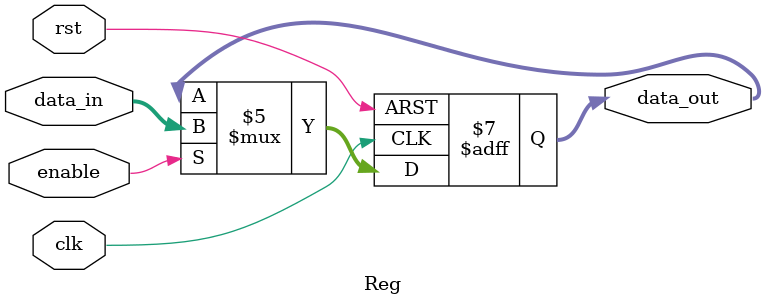
<source format=v>
`timescale 1ns / 1ps


module Reg #(
        parameter DATA_WIDTH = 32
    )(
        input [DATA_WIDTH - 1:0] data_in,
        input enable,
        input clk,
        input rst,
        output reg [DATA_WIDTH - 1:0] data_out
    );

    initial begin
        data_out = 0;
    end

    always @(posedge clk or posedge rst) begin
        if (rst == 1) begin
            data_out = 0;
        end
        else if (enable != 0) begin
            data_out <= data_in;
        end
    end
endmodule

</source>
